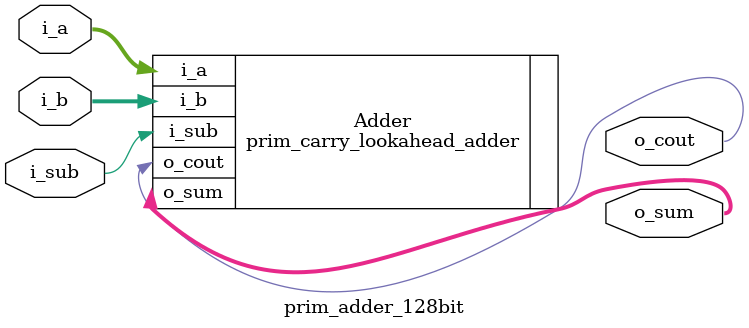
<source format=sv>
module prim_adder_128bit(
    input  logic [127:0] i_a,
    input  logic [127:0] i_b,
    input  logic         i_sub,
    output logic [127:0] o_sum,
    output logic         o_cout
);

prim_carry_lookahead_adder #(.WIDTH(128)) Adder(
    .i_a   (i_a)   ,
    .i_b   (i_b)   ,
    .i_sub (i_sub) ,
    .o_sum (o_sum) ,
    .o_cout(o_cout)
);



endmodule : prim_adder_128bit

</source>
